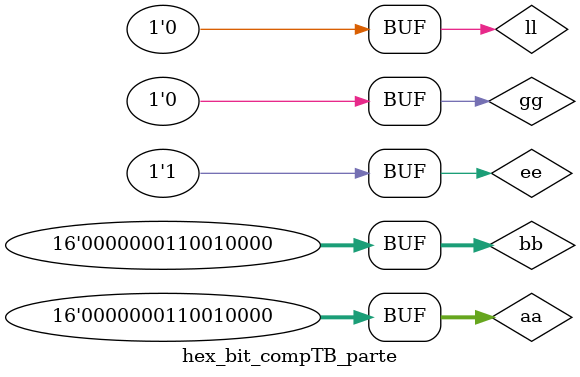
<source format=sv>
`timescale 1ns/1ns
module hex_bit_compTB_parte();
	logic [15:0] aa=16'd400,bb=16'd400;
	logic ll=0,ee=1,gg=0;
	wire ltout,eqout,gtout,ltout1,gtout1,eqout1;
	hex_comparator CUT1(aa,bb,ee,ll,gg,gtout,ltout,eqout);
	hex_comparator_assign CUT2(aa,bb,ee,ll,gg,gtout1,ltout1,eqout1);
	initial begin
	#2000;
	#2000 aa=16'd512;
	#2000 aa=16'd200;
	#2000 aa=16'd400;
	#2000 bb=16'd512;
	#2000 bb=16'd200;
	#2000 bb=16'd400;
	end
endmodule

</source>
